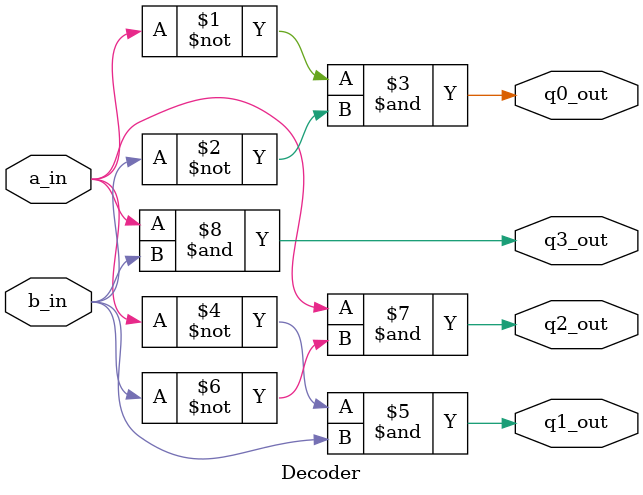
<source format=v>
module Decoder (input a_in,b_in,
				   output q0_out,q1_out,q2_out,q3_out);
				   
	assign q0_out = (~a_in)&(~b_in);
	assign q1_out = (~a_in)&(b_in);
	assign q2_out = (a_in)&(~b_in);
	assign q3_out = a_in & b_in;
	
endmodule
</source>
